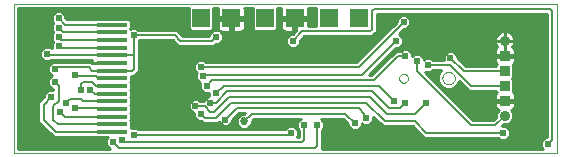
<source format=gbl>
G75*
G70*
%OFA0B0*%
%FSLAX24Y24*%
%IPPOS*%
%LPD*%
%AMOC8*
5,1,8,0,0,1.08239X$1,22.5*
%
%ADD10C,0.0000*%
%ADD11R,0.0600X0.0600*%
%ADD12R,0.0350X0.0320*%
%ADD13C,0.0350*%
%ADD14R,0.1024X0.0138*%
%ADD15C,0.0100*%
%ADD16C,0.0240*%
%ADD17C,0.0080*%
%ADD18C,0.0270*%
D10*
X004510Y003328D02*
X004510Y008318D01*
X022630Y008318D01*
X022630Y003328D01*
X004510Y003328D01*
X017363Y005828D02*
X017365Y005852D01*
X017371Y005875D01*
X017380Y005897D01*
X017393Y005917D01*
X017408Y005935D01*
X017427Y005950D01*
X017448Y005962D01*
X017470Y005970D01*
X017493Y005975D01*
X017517Y005976D01*
X017541Y005973D01*
X017563Y005966D01*
X017585Y005956D01*
X017605Y005943D01*
X017622Y005926D01*
X017636Y005907D01*
X017647Y005886D01*
X017655Y005863D01*
X017659Y005840D01*
X017659Y005816D01*
X017655Y005793D01*
X017647Y005770D01*
X017636Y005749D01*
X017622Y005730D01*
X017605Y005713D01*
X017585Y005700D01*
X017563Y005690D01*
X017541Y005683D01*
X017517Y005680D01*
X017493Y005681D01*
X017470Y005686D01*
X017448Y005694D01*
X017427Y005706D01*
X017408Y005721D01*
X017393Y005739D01*
X017380Y005759D01*
X017371Y005781D01*
X017365Y005804D01*
X017363Y005828D01*
X018801Y005828D02*
X018803Y005856D01*
X018809Y005884D01*
X018818Y005910D01*
X018831Y005936D01*
X018847Y005959D01*
X018867Y005979D01*
X018889Y005997D01*
X018913Y006012D01*
X018939Y006023D01*
X018966Y006031D01*
X018994Y006035D01*
X019022Y006035D01*
X019050Y006031D01*
X019077Y006023D01*
X019103Y006012D01*
X019127Y005997D01*
X019149Y005979D01*
X019169Y005959D01*
X019185Y005936D01*
X019198Y005910D01*
X019207Y005884D01*
X019213Y005856D01*
X019215Y005828D01*
X019213Y005800D01*
X019207Y005772D01*
X019198Y005746D01*
X019185Y005720D01*
X019169Y005697D01*
X019149Y005677D01*
X019127Y005659D01*
X019103Y005644D01*
X019077Y005633D01*
X019050Y005625D01*
X019022Y005621D01*
X018994Y005621D01*
X018966Y005625D01*
X018939Y005633D01*
X018913Y005644D01*
X018889Y005659D01*
X018867Y005677D01*
X018847Y005697D01*
X018831Y005720D01*
X018818Y005746D01*
X018809Y005772D01*
X018803Y005800D01*
X018801Y005828D01*
D11*
X016010Y007828D03*
X015010Y007828D03*
X013885Y007828D03*
X012885Y007828D03*
X011760Y007828D03*
X010760Y007828D03*
D12*
X020885Y006578D03*
X020885Y006078D03*
X020885Y005578D03*
X020885Y005078D03*
D13*
X020885Y004578D03*
X020885Y007078D03*
D14*
X007791Y007107D03*
X007791Y006851D03*
X007791Y006595D03*
X007791Y006339D03*
X007791Y006083D03*
X007791Y005828D03*
X007791Y005572D03*
X007791Y005316D03*
X007791Y005060D03*
X007791Y004804D03*
X007791Y004548D03*
X007791Y004292D03*
X007791Y004036D03*
X007791Y007363D03*
X007791Y007619D03*
D15*
X007234Y007798D02*
X007225Y007789D01*
X006289Y007789D01*
X006240Y007838D01*
X006240Y007923D01*
X006105Y008058D01*
X005914Y008058D01*
X005780Y007923D01*
X005780Y007732D01*
X005840Y007671D01*
X005780Y007610D01*
X005780Y007420D01*
X005840Y007359D01*
X005780Y007298D01*
X005780Y007107D01*
X005840Y007046D01*
X005780Y006985D01*
X005780Y006820D01*
X005730Y006870D01*
X005539Y006870D01*
X005405Y006735D01*
X005405Y006545D01*
X005539Y006410D01*
X005730Y006410D01*
X005745Y006425D01*
X007129Y006425D01*
X007129Y006339D01*
X007129Y006323D01*
X007080Y006373D01*
X005877Y006373D01*
X005874Y006370D01*
X005789Y006370D01*
X005655Y006235D01*
X005655Y006045D01*
X005778Y005921D01*
X005655Y005798D01*
X005655Y005607D01*
X005789Y005473D01*
X005840Y005473D01*
X005840Y005433D01*
X005664Y005433D01*
X005530Y005298D01*
X005530Y005213D01*
X005340Y005023D01*
X005340Y004382D01*
X005439Y004283D01*
X005756Y003966D01*
X005855Y003866D01*
X007225Y003866D01*
X007234Y003857D01*
X007652Y003857D01*
X007592Y003798D01*
X007592Y003607D01*
X007722Y003478D01*
X004660Y003478D01*
X004660Y008168D01*
X010350Y008168D01*
X010350Y007482D01*
X010414Y007418D01*
X011105Y007418D01*
X011170Y007482D01*
X011170Y008168D01*
X011315Y008168D01*
X011310Y008147D01*
X011310Y007878D01*
X011710Y007878D01*
X011710Y007778D01*
X011810Y007778D01*
X011810Y007878D01*
X012210Y007878D01*
X012210Y008147D01*
X012204Y008168D01*
X012475Y008168D01*
X012475Y007482D01*
X012539Y007418D01*
X013230Y007418D01*
X013295Y007482D01*
X013295Y008168D01*
X013440Y008168D01*
X013435Y008147D01*
X013435Y007878D01*
X013835Y007878D01*
X013835Y007778D01*
X013935Y007778D01*
X013935Y007878D01*
X014335Y007878D01*
X014335Y008147D01*
X014329Y008168D01*
X014600Y008168D01*
X014600Y007560D01*
X014335Y007560D01*
X014335Y007778D01*
X013935Y007778D01*
X013935Y007430D01*
X013812Y007308D01*
X013727Y007308D01*
X013592Y007173D01*
X013592Y006982D01*
X013727Y006848D01*
X013917Y006848D01*
X014052Y006982D01*
X014052Y007067D01*
X014205Y007220D01*
X016455Y007220D01*
X016555Y007320D01*
X016617Y007382D01*
X016617Y007970D01*
X022277Y007970D01*
X022277Y003870D01*
X022227Y003870D01*
X022092Y003735D01*
X022092Y003545D01*
X022159Y003478D01*
X014775Y003478D01*
X014805Y003507D01*
X014805Y004110D01*
X014865Y004170D01*
X014865Y004360D01*
X014755Y004470D01*
X015502Y004470D01*
X015655Y004317D01*
X015655Y004232D01*
X015789Y004098D01*
X015980Y004098D01*
X016115Y004232D01*
X016115Y004335D01*
X016164Y004285D01*
X016355Y004285D01*
X016490Y004420D01*
X016490Y004545D01*
X016715Y004320D01*
X016814Y004220D01*
X017814Y004220D01*
X018090Y003945D01*
X018189Y003845D01*
X020667Y003845D01*
X020727Y003785D01*
X020917Y003785D01*
X021052Y003920D01*
X021052Y004110D01*
X020917Y004245D01*
X020792Y004245D01*
X020840Y004293D01*
X020941Y004293D01*
X021046Y004336D01*
X021126Y004416D01*
X021170Y004521D01*
X021170Y004634D01*
X021126Y004739D01*
X021094Y004771D01*
X021117Y004778D01*
X021152Y004798D01*
X021180Y004825D01*
X021199Y004860D01*
X021210Y004898D01*
X021210Y005048D01*
X020915Y005048D01*
X020915Y005108D01*
X021210Y005108D01*
X021210Y005257D01*
X021199Y005295D01*
X021180Y005330D01*
X021153Y005356D01*
X021170Y005372D01*
X021170Y005783D01*
X021125Y005828D01*
X021170Y005872D01*
X021170Y006283D01*
X021153Y006299D01*
X021180Y006325D01*
X021199Y006360D01*
X021210Y006398D01*
X021210Y006548D01*
X020915Y006548D01*
X020915Y006608D01*
X021210Y006608D01*
X021210Y006757D01*
X021199Y006795D01*
X021180Y006830D01*
X021152Y006858D01*
X021134Y006868D01*
X021137Y006870D01*
X021173Y006924D01*
X021197Y006983D01*
X021210Y007046D01*
X021210Y007078D01*
X021210Y007110D01*
X021197Y007172D01*
X021173Y007231D01*
X021137Y007285D01*
X021092Y007330D01*
X021038Y007366D01*
X020979Y007390D01*
X020917Y007403D01*
X020885Y007403D01*
X020885Y007078D01*
X020885Y007078D01*
X021210Y007078D01*
X020885Y007078D01*
X020885Y007078D01*
X020885Y007403D01*
X020853Y007403D01*
X020790Y007390D01*
X020731Y007366D01*
X020677Y007330D01*
X020632Y007285D01*
X020597Y007231D01*
X020572Y007172D01*
X020560Y007110D01*
X020560Y007078D01*
X020885Y007078D01*
X020885Y006753D01*
X020915Y006753D01*
X020915Y006608D01*
X020855Y006608D01*
X020855Y006753D01*
X020885Y006753D01*
X020885Y007078D01*
X020885Y007078D01*
X020885Y007078D01*
X020560Y007078D01*
X020560Y007046D01*
X020572Y006983D01*
X020597Y006924D01*
X020632Y006870D01*
X020635Y006868D01*
X020617Y006858D01*
X020589Y006830D01*
X020570Y006795D01*
X020560Y006757D01*
X020560Y006608D01*
X020855Y006608D01*
X020855Y006548D01*
X020560Y006548D01*
X020560Y006398D01*
X020570Y006360D01*
X020589Y006325D01*
X020616Y006299D01*
X020600Y006283D01*
X020600Y006248D01*
X019580Y006248D01*
X019302Y006525D01*
X019302Y006610D01*
X019167Y006745D01*
X018977Y006745D01*
X018842Y006610D01*
X018842Y006435D01*
X018477Y006435D01*
X018417Y006495D01*
X018227Y006495D01*
X018177Y006445D01*
X018177Y006485D01*
X018042Y006620D01*
X017852Y006620D01*
X017802Y006570D01*
X017802Y006673D01*
X017667Y006808D01*
X017477Y006808D01*
X017417Y006748D01*
X017252Y006748D01*
X017152Y006648D01*
X016439Y005935D01*
X016357Y005935D01*
X017270Y006848D01*
X017355Y006848D01*
X017490Y006982D01*
X017490Y007173D01*
X017355Y007307D01*
X017520Y007473D01*
X017605Y007473D01*
X017740Y007607D01*
X017740Y007798D01*
X017605Y007933D01*
X017414Y007933D01*
X017280Y007798D01*
X017280Y007713D01*
X015939Y006373D01*
X010915Y006373D01*
X010855Y006433D01*
X010664Y006433D01*
X010530Y006298D01*
X010530Y006107D01*
X010622Y006015D01*
X010592Y005985D01*
X010592Y005795D01*
X010717Y005670D01*
X010717Y005482D01*
X010852Y005348D01*
X011030Y005348D01*
X011030Y005245D01*
X010977Y005245D01*
X010842Y005110D01*
X010842Y005060D01*
X010727Y005060D01*
X010667Y005120D01*
X010477Y005120D01*
X010342Y004985D01*
X010342Y004795D01*
X010477Y004660D01*
X010530Y004660D01*
X010530Y004545D01*
X010664Y004410D01*
X010749Y004410D01*
X010814Y004345D01*
X011330Y004345D01*
X011342Y004357D01*
X011477Y004223D01*
X011667Y004223D01*
X011802Y004357D01*
X011802Y004442D01*
X012017Y004658D01*
X012224Y004658D01*
X012202Y004635D01*
X012148Y004635D01*
X012058Y004598D01*
X011989Y004529D01*
X011952Y004439D01*
X011952Y004341D01*
X011989Y004251D01*
X012058Y004182D01*
X012148Y004145D01*
X012246Y004145D01*
X012336Y004182D01*
X012405Y004251D01*
X012442Y004341D01*
X012442Y004395D01*
X012517Y004470D01*
X014077Y004470D01*
X013967Y004360D01*
X013967Y004170D01*
X014027Y004110D01*
X014027Y003873D01*
X013942Y003873D01*
X013990Y003920D01*
X013990Y004110D01*
X013855Y004245D01*
X013664Y004245D01*
X013542Y004123D01*
X008665Y004123D01*
X008605Y004183D01*
X008414Y004183D01*
X008413Y004181D01*
X008413Y004407D01*
X008399Y004420D01*
X008413Y004434D01*
X008413Y004662D01*
X008399Y004676D01*
X008413Y004689D01*
X008413Y004918D01*
X008399Y004932D01*
X008413Y004945D01*
X008413Y005174D01*
X008399Y005188D01*
X008413Y005201D01*
X008413Y005430D01*
X008399Y005444D01*
X008413Y005457D01*
X008413Y005686D01*
X008399Y005700D01*
X008413Y005713D01*
X008413Y005908D01*
X008517Y005908D01*
X008580Y005970D01*
X008680Y006070D01*
X008680Y007095D01*
X009814Y007095D01*
X010002Y006908D01*
X011205Y006908D01*
X011270Y006973D01*
X011355Y006973D01*
X011490Y007107D01*
X011490Y007298D01*
X011397Y007391D01*
X011402Y007388D01*
X011440Y007378D01*
X011710Y007378D01*
X011710Y007778D01*
X011310Y007778D01*
X011310Y007508D01*
X011320Y007470D01*
X011339Y007435D01*
X011342Y007433D01*
X011164Y007433D01*
X011030Y007298D01*
X011030Y007248D01*
X010142Y007248D01*
X010055Y007335D01*
X009955Y007435D01*
X008665Y007435D01*
X008605Y007495D01*
X008414Y007495D01*
X008405Y007486D01*
X008399Y007491D01*
X008413Y007504D01*
X008413Y007733D01*
X008348Y007798D01*
X007234Y007798D01*
X006240Y007859D02*
X010350Y007859D01*
X010350Y007957D02*
X006205Y007957D01*
X006107Y008056D02*
X010350Y008056D01*
X010350Y008154D02*
X004660Y008154D01*
X004660Y008056D02*
X005912Y008056D01*
X005814Y007957D02*
X004660Y007957D01*
X004660Y007859D02*
X005780Y007859D01*
X005780Y007760D02*
X004660Y007760D01*
X004660Y007662D02*
X005831Y007662D01*
X005780Y007563D02*
X004660Y007563D01*
X004660Y007465D02*
X005780Y007465D01*
X005833Y007366D02*
X004660Y007366D01*
X004660Y007268D02*
X005780Y007268D01*
X005780Y007169D02*
X004660Y007169D01*
X004660Y007071D02*
X005816Y007071D01*
X005780Y006972D02*
X004660Y006972D01*
X004660Y006874D02*
X005780Y006874D01*
X005444Y006775D02*
X004660Y006775D01*
X004660Y006677D02*
X005405Y006677D01*
X005405Y006578D02*
X004660Y006578D01*
X004660Y006480D02*
X005470Y006480D01*
X005702Y006283D02*
X004660Y006283D01*
X004660Y006381D02*
X007129Y006381D01*
X007129Y006339D02*
X007791Y006339D01*
X007129Y006339D01*
X007791Y006339D02*
X007791Y006339D01*
X008413Y005889D02*
X010592Y005889D01*
X010594Y005987D02*
X008597Y005987D01*
X008680Y006086D02*
X010551Y006086D01*
X010530Y006184D02*
X008680Y006184D01*
X008680Y006283D02*
X010530Y006283D01*
X010613Y006381D02*
X008680Y006381D01*
X008680Y006480D02*
X016046Y006480D01*
X016145Y006578D02*
X008680Y006578D01*
X008680Y006677D02*
X016243Y006677D01*
X016342Y006775D02*
X008680Y006775D01*
X008680Y006874D02*
X013701Y006874D01*
X013602Y006972D02*
X011269Y006972D01*
X011453Y007071D02*
X013592Y007071D01*
X013592Y007169D02*
X011490Y007169D01*
X011490Y007268D02*
X013687Y007268D01*
X013565Y007378D02*
X013835Y007378D01*
X013835Y007778D01*
X013435Y007778D01*
X013435Y007508D01*
X013445Y007470D01*
X013464Y007435D01*
X013492Y007408D01*
X013527Y007388D01*
X013565Y007378D01*
X013448Y007465D02*
X013277Y007465D01*
X013295Y007563D02*
X013435Y007563D01*
X013435Y007662D02*
X013295Y007662D01*
X013295Y007760D02*
X013435Y007760D01*
X013295Y007859D02*
X013835Y007859D01*
X013835Y007760D02*
X013935Y007760D01*
X013935Y007662D02*
X013835Y007662D01*
X013835Y007563D02*
X013935Y007563D01*
X013935Y007465D02*
X013835Y007465D01*
X013870Y007366D02*
X011421Y007366D01*
X011323Y007465D02*
X011152Y007465D01*
X011170Y007563D02*
X011310Y007563D01*
X011310Y007662D02*
X011170Y007662D01*
X011170Y007760D02*
X011310Y007760D01*
X011170Y007859D02*
X011710Y007859D01*
X011710Y007760D02*
X011810Y007760D01*
X011810Y007778D02*
X011810Y007378D01*
X012079Y007378D01*
X012117Y007388D01*
X012152Y007408D01*
X012180Y007435D01*
X012199Y007470D01*
X012210Y007508D01*
X012210Y007778D01*
X011810Y007778D01*
X011810Y007859D02*
X012475Y007859D01*
X012475Y007957D02*
X012210Y007957D01*
X012210Y008056D02*
X012475Y008056D01*
X012475Y008154D02*
X012208Y008154D01*
X012210Y007760D02*
X012475Y007760D01*
X012475Y007662D02*
X012210Y007662D01*
X012210Y007563D02*
X012475Y007563D01*
X012492Y007465D02*
X012196Y007465D01*
X011810Y007465D02*
X011710Y007465D01*
X011710Y007563D02*
X011810Y007563D01*
X011810Y007662D02*
X011710Y007662D01*
X011310Y007957D02*
X011170Y007957D01*
X011170Y008056D02*
X011310Y008056D01*
X011311Y008154D02*
X011170Y008154D01*
X010350Y007760D02*
X008386Y007760D01*
X008413Y007662D02*
X010350Y007662D01*
X010350Y007563D02*
X008413Y007563D01*
X008635Y007465D02*
X010367Y007465D01*
X010024Y007366D02*
X011098Y007366D01*
X011030Y007268D02*
X010122Y007268D01*
X009839Y007071D02*
X008680Y007071D01*
X008680Y006972D02*
X009937Y006972D01*
X010906Y006381D02*
X015948Y006381D01*
X016508Y006086D02*
X016590Y006086D01*
X016606Y006184D02*
X016688Y006184D01*
X016705Y006283D02*
X016787Y006283D01*
X016803Y006381D02*
X016885Y006381D01*
X016902Y006480D02*
X016984Y006480D01*
X017000Y006578D02*
X017082Y006578D01*
X017099Y006677D02*
X017181Y006677D01*
X017197Y006775D02*
X017444Y006775D01*
X017381Y006874D02*
X020630Y006874D01*
X020576Y006972D02*
X017479Y006972D01*
X017490Y007071D02*
X020560Y007071D01*
X020571Y007169D02*
X017490Y007169D01*
X017395Y007268D02*
X020621Y007268D01*
X020732Y007366D02*
X017413Y007366D01*
X017512Y007465D02*
X022277Y007465D01*
X022277Y007563D02*
X017695Y007563D01*
X017740Y007662D02*
X022277Y007662D01*
X022277Y007760D02*
X017740Y007760D01*
X017679Y007859D02*
X022277Y007859D01*
X022277Y007957D02*
X016617Y007957D01*
X016617Y007859D02*
X017340Y007859D01*
X017280Y007760D02*
X016617Y007760D01*
X016617Y007662D02*
X017228Y007662D01*
X017130Y007563D02*
X016617Y007563D01*
X016617Y007465D02*
X017031Y007465D01*
X016933Y007366D02*
X016601Y007366D01*
X016502Y007268D02*
X016834Y007268D01*
X016736Y007169D02*
X014154Y007169D01*
X014055Y007071D02*
X016637Y007071D01*
X016539Y006972D02*
X014042Y006972D01*
X013943Y006874D02*
X016440Y006874D01*
X017700Y006775D02*
X020564Y006775D01*
X020560Y006677D02*
X019236Y006677D01*
X019302Y006578D02*
X020855Y006578D01*
X020915Y006578D02*
X022277Y006578D01*
X022277Y006480D02*
X021210Y006480D01*
X021205Y006381D02*
X022277Y006381D01*
X022277Y006283D02*
X021170Y006283D01*
X021170Y006184D02*
X022277Y006184D01*
X022277Y006086D02*
X021170Y006086D01*
X021170Y005987D02*
X022277Y005987D01*
X022277Y005889D02*
X021170Y005889D01*
X021163Y005790D02*
X022277Y005790D01*
X022277Y005692D02*
X021170Y005692D01*
X021170Y005593D02*
X022277Y005593D01*
X022277Y005495D02*
X021170Y005495D01*
X021170Y005396D02*
X022277Y005396D01*
X022277Y005298D02*
X021198Y005298D01*
X021210Y005199D02*
X022277Y005199D01*
X022277Y005101D02*
X020915Y005101D01*
X020855Y005101D02*
X019164Y005101D01*
X019066Y005199D02*
X020560Y005199D01*
X020560Y005257D02*
X020560Y005108D01*
X020855Y005108D01*
X020855Y005048D01*
X020560Y005048D01*
X020560Y004898D01*
X020570Y004860D01*
X020589Y004825D01*
X020617Y004798D01*
X020652Y004778D01*
X020675Y004771D01*
X020643Y004739D01*
X020600Y004634D01*
X020600Y004533D01*
X020502Y004435D01*
X019830Y004435D01*
X018230Y006035D01*
X018417Y006035D01*
X018477Y006095D01*
X018771Y006095D01*
X018705Y006030D01*
X018651Y005898D01*
X018651Y005757D01*
X018705Y005625D01*
X018805Y005525D01*
X018937Y005471D01*
X019078Y005471D01*
X019210Y005525D01*
X019310Y005625D01*
X019357Y005739D01*
X019590Y005507D01*
X019689Y005408D01*
X020600Y005408D01*
X020600Y005372D01*
X020616Y005356D01*
X020589Y005330D01*
X020570Y005295D01*
X020560Y005257D01*
X020571Y005298D02*
X018967Y005298D01*
X018869Y005396D02*
X020600Y005396D01*
X020560Y005002D02*
X019263Y005002D01*
X019361Y004904D02*
X020560Y004904D01*
X020610Y004805D02*
X019460Y004805D01*
X019558Y004707D02*
X020629Y004707D01*
X020600Y004608D02*
X019657Y004608D01*
X019755Y004510D02*
X020576Y004510D01*
X020989Y004313D02*
X022277Y004313D01*
X022277Y004411D02*
X021121Y004411D01*
X021165Y004510D02*
X022277Y004510D01*
X022277Y004608D02*
X021170Y004608D01*
X021140Y004707D02*
X022277Y004707D01*
X022277Y004805D02*
X021159Y004805D01*
X021210Y004904D02*
X022277Y004904D01*
X022277Y005002D02*
X021210Y005002D01*
X020948Y004214D02*
X022277Y004214D01*
X022277Y004116D02*
X021047Y004116D01*
X021052Y004017D02*
X022277Y004017D01*
X022277Y003919D02*
X021051Y003919D01*
X020952Y003820D02*
X022177Y003820D01*
X022092Y003722D02*
X014805Y003722D01*
X014805Y003820D02*
X020692Y003820D01*
X022092Y003623D02*
X014805Y003623D01*
X014805Y003525D02*
X022112Y003525D01*
X019602Y005495D02*
X019136Y005495D01*
X019277Y005593D02*
X019504Y005593D01*
X019590Y005507D02*
X019590Y005507D01*
X019405Y005692D02*
X019337Y005692D01*
X018879Y005495D02*
X018770Y005495D01*
X018738Y005593D02*
X018672Y005593D01*
X018678Y005692D02*
X018573Y005692D01*
X018651Y005790D02*
X018475Y005790D01*
X018376Y005889D02*
X018651Y005889D01*
X018688Y005987D02*
X018278Y005987D01*
X018468Y006086D02*
X018761Y006086D01*
X018842Y006480D02*
X018433Y006480D01*
X018211Y006480D02*
X018177Y006480D01*
X018084Y006578D02*
X018842Y006578D01*
X018908Y006677D02*
X017798Y006677D01*
X017802Y006578D02*
X017810Y006578D01*
X016491Y005987D02*
X016409Y005987D01*
X016490Y004510D02*
X016525Y004510D01*
X016481Y004411D02*
X016623Y004411D01*
X016722Y004313D02*
X016382Y004313D01*
X016137Y004313D02*
X016115Y004313D01*
X016096Y004214D02*
X017820Y004214D01*
X017919Y004116D02*
X015998Y004116D01*
X015771Y004116D02*
X014810Y004116D01*
X014805Y004017D02*
X018017Y004017D01*
X018090Y003945D02*
X018090Y003945D01*
X018116Y003919D02*
X014805Y003919D01*
X014865Y004214D02*
X015673Y004214D01*
X015655Y004313D02*
X014865Y004313D01*
X014814Y004411D02*
X015561Y004411D01*
X014018Y004411D02*
X012458Y004411D01*
X012430Y004313D02*
X013967Y004313D01*
X013967Y004214D02*
X013886Y004214D01*
X013984Y004116D02*
X014021Y004116D01*
X014027Y004017D02*
X013990Y004017D01*
X013988Y003919D02*
X014027Y003919D01*
X013633Y004214D02*
X012367Y004214D01*
X012027Y004214D02*
X008413Y004214D01*
X008413Y004313D02*
X011387Y004313D01*
X011757Y004313D02*
X011964Y004313D01*
X011952Y004411D02*
X011802Y004411D01*
X011869Y004510D02*
X011981Y004510D01*
X011968Y004608D02*
X012083Y004608D01*
X011030Y005298D02*
X008413Y005298D01*
X008413Y005396D02*
X010803Y005396D01*
X010717Y005495D02*
X008413Y005495D01*
X008413Y005593D02*
X010717Y005593D01*
X010695Y005692D02*
X008407Y005692D01*
X008413Y005790D02*
X010597Y005790D01*
X010931Y005199D02*
X008411Y005199D01*
X008413Y005101D02*
X010457Y005101D01*
X010359Y005002D02*
X008413Y005002D01*
X008413Y004904D02*
X010342Y004904D01*
X010342Y004805D02*
X008413Y004805D01*
X008413Y004707D02*
X010430Y004707D01*
X010530Y004608D02*
X008413Y004608D01*
X008413Y004510D02*
X010565Y004510D01*
X010663Y004411D02*
X008408Y004411D01*
X007614Y003820D02*
X004660Y003820D01*
X004660Y003722D02*
X007592Y003722D01*
X007592Y003623D02*
X004660Y003623D01*
X004660Y003525D02*
X007675Y003525D01*
X005803Y003919D02*
X004660Y003919D01*
X004660Y004017D02*
X005705Y004017D01*
X005606Y004116D02*
X004660Y004116D01*
X004660Y004214D02*
X005508Y004214D01*
X005409Y004313D02*
X004660Y004313D01*
X004660Y004411D02*
X005340Y004411D01*
X005340Y004510D02*
X004660Y004510D01*
X004660Y004608D02*
X005340Y004608D01*
X005340Y004707D02*
X004660Y004707D01*
X004660Y004805D02*
X005340Y004805D01*
X005340Y004904D02*
X004660Y004904D01*
X004660Y005002D02*
X005340Y005002D01*
X005417Y005101D02*
X004660Y005101D01*
X004660Y005199D02*
X005516Y005199D01*
X005530Y005298D02*
X004660Y005298D01*
X004660Y005396D02*
X005628Y005396D01*
X005767Y005495D02*
X004660Y005495D01*
X004660Y005593D02*
X005669Y005593D01*
X005655Y005692D02*
X004660Y005692D01*
X004660Y005790D02*
X005655Y005790D01*
X005745Y005889D02*
X004660Y005889D01*
X004660Y005987D02*
X005712Y005987D01*
X005655Y006086D02*
X004660Y006086D01*
X004660Y006184D02*
X005655Y006184D01*
X010687Y005101D02*
X010842Y005101D01*
X014335Y007563D02*
X014600Y007563D01*
X014600Y007662D02*
X014335Y007662D01*
X014335Y007760D02*
X014600Y007760D01*
X014600Y007859D02*
X013935Y007859D01*
X014335Y007957D02*
X014600Y007957D01*
X014600Y008056D02*
X014335Y008056D01*
X014333Y008154D02*
X014600Y008154D01*
X013436Y008154D02*
X013295Y008154D01*
X013295Y008056D02*
X013435Y008056D01*
X013435Y007957D02*
X013295Y007957D01*
X019348Y006480D02*
X020560Y006480D01*
X020564Y006381D02*
X019446Y006381D01*
X019545Y006283D02*
X020600Y006283D01*
X020855Y006677D02*
X020915Y006677D01*
X020885Y006775D02*
X020885Y006775D01*
X020885Y006874D02*
X020885Y006874D01*
X020885Y006972D02*
X020885Y006972D01*
X020885Y007071D02*
X020885Y007071D01*
X020885Y007169D02*
X020885Y007169D01*
X020885Y007268D02*
X020885Y007268D01*
X020885Y007366D02*
X020885Y007366D01*
X021037Y007366D02*
X022277Y007366D01*
X022277Y007268D02*
X021148Y007268D01*
X021198Y007169D02*
X022277Y007169D01*
X022277Y007071D02*
X021210Y007071D01*
X021193Y006972D02*
X022277Y006972D01*
X022277Y006874D02*
X021139Y006874D01*
X021205Y006775D02*
X022277Y006775D01*
X022277Y006677D02*
X021210Y006677D01*
D16*
X019510Y007078D03*
X019072Y006515D03*
X018322Y006265D03*
X017947Y006390D03*
X017572Y006578D03*
X017260Y007078D03*
X016760Y007328D03*
X017510Y007703D03*
X018260Y007703D03*
X020760Y007828D03*
X021197Y007765D03*
X017197Y005078D03*
X017572Y005015D03*
X018260Y005015D03*
X016260Y004515D03*
X015885Y004328D03*
X014635Y004265D03*
X014197Y004265D03*
X013822Y004328D03*
X013760Y004015D03*
X011572Y004453D03*
X010760Y004640D03*
X010572Y004890D03*
X011072Y005015D03*
X011260Y005328D03*
X010947Y005578D03*
X010822Y005890D03*
X010760Y006203D03*
X011885Y006703D03*
X011260Y007203D03*
X010510Y007328D03*
X008510Y007265D03*
X007135Y008078D03*
X006010Y007828D03*
X006010Y007515D03*
X006010Y007203D03*
X006010Y006890D03*
X005635Y006640D03*
X005197Y006640D03*
X005885Y006140D03*
X005885Y005703D03*
X005760Y005203D03*
X006260Y005015D03*
X006572Y004828D03*
X006072Y004703D03*
X006760Y005453D03*
X007072Y005453D03*
X006572Y005953D03*
X008697Y004640D03*
X008510Y003953D03*
X008135Y003765D03*
X007822Y003703D03*
X013510Y007078D03*
X013822Y007078D03*
X020385Y004640D03*
X021510Y004140D03*
X020822Y004015D03*
X022322Y003640D03*
D17*
X022447Y003765D01*
X022447Y008078D01*
X022385Y008140D01*
X016510Y008140D01*
X016447Y008078D01*
X016447Y007453D01*
X016385Y007390D01*
X014135Y007390D01*
X013822Y007078D01*
X016010Y006203D02*
X017510Y007703D01*
X017260Y007078D02*
X016135Y005953D01*
X010885Y005953D01*
X010822Y005890D01*
X010947Y005578D02*
X011135Y005765D01*
X016510Y005765D01*
X017322Y006578D01*
X017572Y006578D01*
X017947Y006390D02*
X017947Y006078D01*
X019760Y004265D01*
X020572Y004265D01*
X020885Y004578D01*
X020822Y004015D02*
X018260Y004015D01*
X017885Y004390D01*
X016885Y004390D01*
X016260Y005015D01*
X011760Y005015D01*
X011260Y004515D01*
X010885Y004515D01*
X010760Y004640D01*
X010885Y004890D02*
X010572Y004890D01*
X010885Y004890D02*
X011072Y004703D01*
X011197Y004703D01*
X011697Y005203D01*
X016385Y005203D01*
X016947Y004640D01*
X017885Y004640D01*
X018260Y005015D01*
X017572Y005015D02*
X017385Y004828D01*
X017010Y004828D01*
X016447Y005390D01*
X011635Y005390D01*
X011260Y005015D01*
X011072Y005015D01*
X011260Y005328D02*
X011510Y005578D01*
X016697Y005578D01*
X017197Y005078D01*
X016197Y004640D02*
X016197Y004578D01*
X016260Y004515D01*
X016197Y004640D02*
X016010Y004828D01*
X011947Y004828D01*
X011572Y004453D01*
X012197Y004390D02*
X012447Y004640D01*
X015572Y004640D01*
X015885Y004328D01*
X014635Y004265D02*
X014635Y003578D01*
X014572Y003515D01*
X008010Y003515D01*
X007822Y003703D01*
X008135Y003765D02*
X008197Y003703D01*
X014135Y003703D01*
X014197Y003765D01*
X014197Y004265D01*
X013760Y004015D02*
X013697Y003953D01*
X008510Y003953D01*
X007791Y004036D02*
X005926Y004036D01*
X005510Y004453D01*
X005510Y004953D01*
X005760Y005203D01*
X006010Y005078D02*
X006010Y005578D01*
X005885Y005703D01*
X005885Y006140D02*
X005947Y006203D01*
X007010Y006203D01*
X007129Y006083D01*
X007791Y006083D01*
X007797Y006078D01*
X008447Y006078D01*
X008510Y006140D01*
X008510Y006578D01*
X008492Y006595D01*
X007791Y006595D01*
X005679Y006595D01*
X005635Y006640D01*
X006010Y006890D02*
X006048Y006851D01*
X007791Y006851D01*
X007791Y007107D02*
X006105Y007107D01*
X006010Y007203D01*
X006162Y007363D02*
X007791Y007363D01*
X007791Y007619D02*
X006218Y007619D01*
X006010Y007828D01*
X006010Y007515D02*
X006162Y007363D01*
X008510Y007265D02*
X008510Y006578D01*
X008510Y007265D02*
X009885Y007265D01*
X010072Y007078D01*
X011135Y007078D01*
X011260Y007203D01*
X010760Y006203D02*
X016010Y006203D01*
X018322Y006265D02*
X019072Y006265D01*
X019760Y005578D01*
X020885Y005578D01*
X020885Y006078D02*
X019510Y006078D01*
X019072Y006515D01*
X007791Y005828D02*
X007322Y005828D01*
X007260Y005890D01*
X006635Y005890D01*
X006572Y005953D01*
X006822Y005703D02*
X006760Y005640D01*
X006760Y005453D01*
X007072Y005453D02*
X007209Y005316D01*
X007791Y005316D01*
X007791Y005060D02*
X006840Y005060D01*
X006760Y005140D01*
X006385Y005140D01*
X006260Y005015D01*
X006304Y005060D01*
X006010Y005078D02*
X005822Y004890D01*
X005822Y004453D01*
X005982Y004292D01*
X007791Y004292D01*
X007791Y004548D02*
X006227Y004548D01*
X006072Y004703D01*
X006572Y004828D02*
X007767Y004828D01*
X007791Y004804D01*
X007791Y005572D02*
X007765Y005572D01*
X007760Y005578D01*
X007260Y005578D01*
X007135Y005703D01*
X006822Y005703D01*
X007760Y005578D02*
X007785Y005578D01*
D18*
X012197Y004390D03*
M02*

</source>
